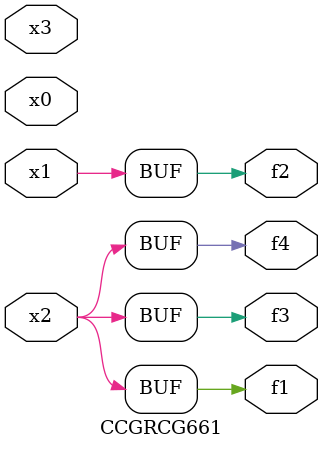
<source format=v>
module CCGRCG661(
	input x0, x1, x2, x3,
	output f1, f2, f3, f4
);
	assign f1 = x2;
	assign f2 = x1;
	assign f3 = x2;
	assign f4 = x2;
endmodule

</source>
